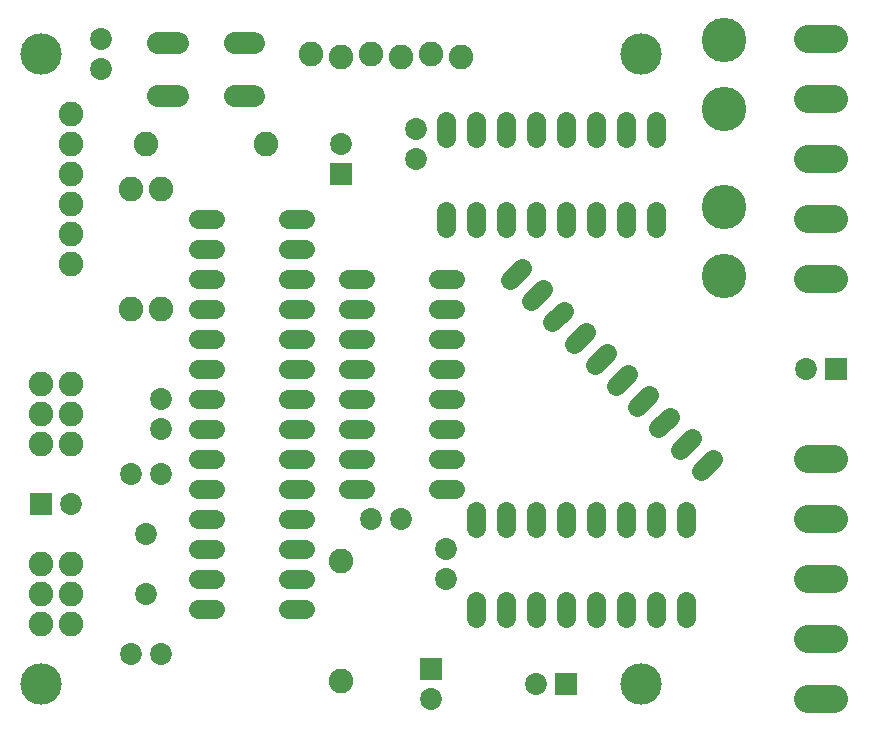
<source format=gbs>
G75*
G70*
%OFA0B0*%
%FSLAX24Y24*%
%IPPOS*%
%LPD*%
%AMOC8*
5,1,8,0,0,1.08239X$1,22.5*
%
%ADD10C,0.0640*%
%ADD11C,0.0730*%
%ADD12R,0.0730X0.0730*%
%ADD13C,0.0940*%
%ADD14C,0.0820*%
%ADD15C,0.0720*%
%ADD16C,0.1380*%
%ADD17C,0.1480*%
D10*
X007879Y004655D02*
X008439Y004655D01*
X008439Y005655D02*
X007879Y005655D01*
X007879Y006655D02*
X008439Y006655D01*
X008439Y007655D02*
X007879Y007655D01*
X007879Y008655D02*
X008439Y008655D01*
X008439Y009655D02*
X007879Y009655D01*
X007879Y010655D02*
X008439Y010655D01*
X008439Y011655D02*
X007879Y011655D01*
X007879Y012655D02*
X008439Y012655D01*
X008439Y013655D02*
X007879Y013655D01*
X007879Y014655D02*
X008439Y014655D01*
X008439Y015655D02*
X007879Y015655D01*
X007879Y016655D02*
X008439Y016655D01*
X008439Y017655D02*
X007879Y017655D01*
X010879Y017655D02*
X011439Y017655D01*
X011439Y016655D02*
X010879Y016655D01*
X010879Y015655D02*
X011439Y015655D01*
X011439Y014655D02*
X010879Y014655D01*
X010879Y013655D02*
X011439Y013655D01*
X011439Y012655D02*
X010879Y012655D01*
X010879Y011655D02*
X011439Y011655D01*
X011439Y010655D02*
X010879Y010655D01*
X010879Y009655D02*
X011439Y009655D01*
X011439Y008655D02*
X010879Y008655D01*
X010879Y007655D02*
X011439Y007655D01*
X011439Y006655D02*
X010879Y006655D01*
X010879Y005655D02*
X011439Y005655D01*
X011439Y004655D02*
X010879Y004655D01*
X012879Y008655D02*
X013439Y008655D01*
X013439Y009655D02*
X012879Y009655D01*
X012879Y010655D02*
X013439Y010655D01*
X013439Y011655D02*
X012879Y011655D01*
X012879Y012655D02*
X013439Y012655D01*
X013439Y013655D02*
X012879Y013655D01*
X012879Y014655D02*
X013439Y014655D01*
X013439Y015655D02*
X012879Y015655D01*
X015879Y015655D02*
X016439Y015655D01*
X016439Y014655D02*
X015879Y014655D01*
X015879Y013655D02*
X016439Y013655D01*
X016439Y012655D02*
X015879Y012655D01*
X015879Y011655D02*
X016439Y011655D01*
X016439Y010655D02*
X015879Y010655D01*
X015879Y009655D02*
X016439Y009655D01*
X016439Y008655D02*
X015879Y008655D01*
X017159Y007935D02*
X017159Y007375D01*
X018159Y007375D02*
X018159Y007935D01*
X019159Y007935D02*
X019159Y007375D01*
X020159Y007375D02*
X020159Y007935D01*
X021159Y007935D02*
X021159Y007375D01*
X022159Y007375D02*
X022159Y007935D01*
X023159Y007935D02*
X023159Y007375D01*
X024159Y007375D02*
X024159Y007935D01*
X024643Y009275D02*
X025039Y009671D01*
X024332Y010378D02*
X023936Y009982D01*
X023229Y010689D02*
X023625Y011085D01*
X022918Y011792D02*
X022522Y011396D01*
X021815Y012104D02*
X022211Y012499D01*
X021503Y013207D02*
X021108Y012811D01*
X020400Y013518D02*
X020796Y013914D01*
X020089Y014621D02*
X019693Y014225D01*
X018986Y014932D02*
X019382Y015328D01*
X018675Y016035D02*
X018279Y015639D01*
X018159Y017375D02*
X018159Y017935D01*
X019159Y017935D02*
X019159Y017375D01*
X020159Y017375D02*
X020159Y017935D01*
X021159Y017935D02*
X021159Y017375D01*
X022159Y017375D02*
X022159Y017935D01*
X023159Y017935D02*
X023159Y017375D01*
X023159Y020375D02*
X023159Y020935D01*
X022159Y020935D02*
X022159Y020375D01*
X021159Y020375D02*
X021159Y020935D01*
X020159Y020935D02*
X020159Y020375D01*
X019159Y020375D02*
X019159Y020935D01*
X018159Y020935D02*
X018159Y020375D01*
X017159Y020375D02*
X017159Y020935D01*
X016159Y020935D02*
X016159Y020375D01*
X016159Y017935D02*
X016159Y017375D01*
X017159Y017375D02*
X017159Y017935D01*
X017159Y004935D02*
X017159Y004375D01*
X018159Y004375D02*
X018159Y004935D01*
X019159Y004935D02*
X019159Y004375D01*
X020159Y004375D02*
X020159Y004935D01*
X021159Y004935D02*
X021159Y004375D01*
X022159Y004375D02*
X022159Y004935D01*
X023159Y004935D02*
X023159Y004375D01*
X024159Y004375D02*
X024159Y004935D01*
D11*
X019159Y002155D03*
X015659Y001655D03*
X016159Y005655D03*
X016159Y006655D03*
X014659Y007655D03*
X013659Y007655D03*
X006659Y009155D03*
X005659Y009155D03*
X006659Y010655D03*
X006659Y011655D03*
X003659Y008155D03*
X006159Y007155D03*
X006159Y005155D03*
X005659Y003155D03*
X006659Y003155D03*
X015159Y019655D03*
X015159Y020655D03*
X012659Y020155D03*
X004659Y022655D03*
X004659Y023655D03*
X028159Y012655D03*
D12*
X029159Y012655D03*
X020159Y002155D03*
X015659Y002655D03*
X002659Y008155D03*
X012659Y019155D03*
D13*
X028229Y019655D02*
X029089Y019655D01*
X029089Y017655D02*
X028229Y017655D01*
X028229Y015655D02*
X029089Y015655D01*
X029089Y009655D02*
X028229Y009655D01*
X028229Y007655D02*
X029089Y007655D01*
X029089Y005655D02*
X028229Y005655D01*
X028229Y003655D02*
X029089Y003655D01*
X029089Y001655D02*
X028229Y001655D01*
X028229Y021655D02*
X029089Y021655D01*
X029089Y023655D02*
X028229Y023655D01*
D14*
X016659Y023055D03*
X015659Y023155D03*
X014659Y023055D03*
X013659Y023155D03*
X012659Y023055D03*
X011659Y023155D03*
X010159Y020155D03*
X006659Y018655D03*
X005659Y018655D03*
X006159Y020155D03*
X003659Y020155D03*
X003659Y019155D03*
X003659Y018155D03*
X003659Y017155D03*
X003659Y016155D03*
X005659Y014655D03*
X006659Y014655D03*
X003659Y012155D03*
X002659Y012155D03*
X002659Y011155D03*
X003659Y011155D03*
X003659Y010155D03*
X002659Y010155D03*
X002659Y006155D03*
X003659Y006155D03*
X003659Y005155D03*
X002659Y005155D03*
X002659Y004155D03*
X003659Y004155D03*
X012659Y002255D03*
X012659Y006255D03*
X003659Y021155D03*
D15*
X006559Y021765D02*
X007199Y021765D01*
X009119Y021765D02*
X009759Y021765D01*
X009759Y023545D02*
X009119Y023545D01*
X007199Y023545D02*
X006559Y023545D01*
D16*
X002659Y002155D03*
X022659Y002155D03*
X022659Y023155D03*
X002659Y023155D03*
D17*
X025409Y023642D03*
X025409Y021342D03*
X025409Y018068D03*
X025409Y015768D03*
M02*

</source>
